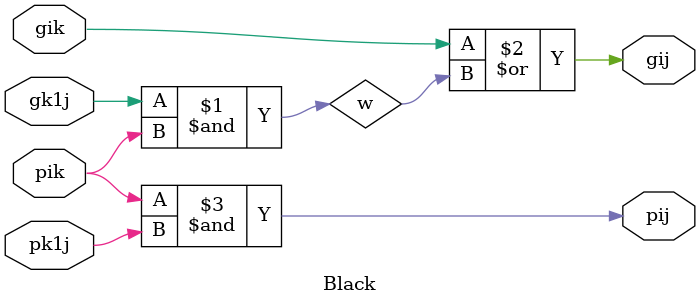
<source format=v>
`timescale 1ns / 1ps
module Black(gij, pij, gik, gk1j, pik, pk1j);
output gij, pij;
input gik, gk1j, pik, pk1j;
wire w;
and a1(w, gk1j, pik);
or o1(gij, gik, w);
and a2(pij, pik, pk1j);
endmodule 



</source>
